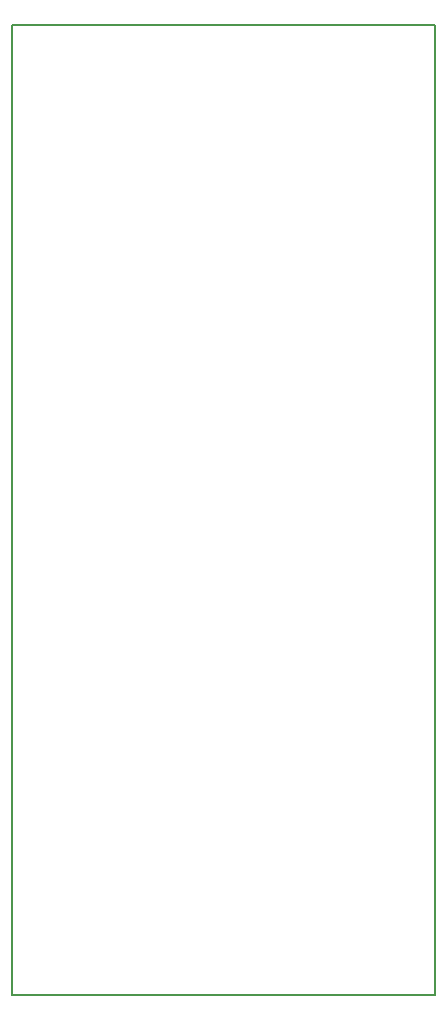
<source format=gm1>
G04 #@! TF.GenerationSoftware,KiCad,Pcbnew,7.0.5-0*
G04 #@! TF.CreationDate,2024-02-27T22:34:33-05:00*
G04 #@! TF.ProjectId,Grand_central_pcb_simple,4772616e-645f-4636-956e-7472616c5f70,rev?*
G04 #@! TF.SameCoordinates,Original*
G04 #@! TF.FileFunction,Profile,NP*
%FSLAX46Y46*%
G04 Gerber Fmt 4.6, Leading zero omitted, Abs format (unit mm)*
G04 Created by KiCad (PCBNEW 7.0.5-0) date 2024-02-27 22:34:33*
%MOMM*%
%LPD*%
G01*
G04 APERTURE LIST*
G04 #@! TA.AperFunction,Profile*
%ADD10C,0.200000*%
G04 #@! TD*
G04 APERTURE END LIST*
D10*
X219710000Y-26500000D02*
X255500000Y-26500000D01*
X255500000Y-108585000D01*
X219710000Y-108585000D01*
X219710000Y-26500000D01*
M02*

</source>
